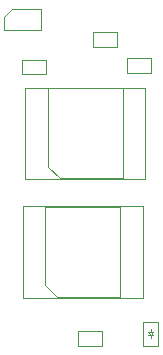
<source format=gbr>
G04 #@! TF.GenerationSoftware,KiCad,Pcbnew,5.1.7-a382d34a8~88~ubuntu18.04.1*
G04 #@! TF.CreationDate,2021-07-23T19:11:00+05:30*
G04 #@! TF.ProjectId,BackEnd_HeavyDevice_v2,4261636b-456e-4645-9f48-656176794465,rev?*
G04 #@! TF.SameCoordinates,Original*
G04 #@! TF.FileFunction,Other,Fab,Bot*
%FSLAX46Y46*%
G04 Gerber Fmt 4.6, Leading zero omitted, Abs format (unit mm)*
G04 Created by KiCad (PCBNEW 5.1.7-a382d34a8~88~ubuntu18.04.1) date 2021-07-23 19:11:00*
%MOMM*%
%LPD*%
G01*
G04 APERTURE LIST*
%ADD10C,0.100000*%
G04 APERTURE END LIST*
D10*
X138134000Y-104737000D02*
X136134000Y-104737000D01*
X136134000Y-104737000D02*
X136134000Y-105977000D01*
X136134000Y-105977000D02*
X138134000Y-105977000D01*
X138134000Y-105977000D02*
X138134000Y-104737000D01*
X138136000Y-127874000D02*
X138136000Y-127674000D01*
X138136000Y-128174000D02*
X138136000Y-128374000D01*
X138336000Y-128174000D02*
X137936000Y-128174000D01*
X137936000Y-127874000D02*
X138336000Y-127874000D01*
X138136000Y-128174000D02*
X137936000Y-127874000D01*
X138336000Y-127874000D02*
X138136000Y-128174000D01*
X137486000Y-129074000D02*
X138786000Y-129074000D01*
X137486000Y-127074000D02*
X137486000Y-129074000D01*
X138786000Y-127074000D02*
X137486000Y-127074000D01*
X138786000Y-129074000D02*
X138786000Y-127074000D01*
X135261000Y-103772000D02*
X135261000Y-102532000D01*
X133261000Y-103772000D02*
X135261000Y-103772000D01*
X133261000Y-102532000D02*
X133261000Y-103772000D01*
X135261000Y-102532000D02*
X133261000Y-102532000D01*
X129259000Y-104854000D02*
X127259000Y-104854000D01*
X127259000Y-104854000D02*
X127259000Y-106094000D01*
X127259000Y-106094000D02*
X129259000Y-106094000D01*
X129259000Y-106094000D02*
X129259000Y-104854000D01*
X131996000Y-127848000D02*
X131996000Y-129088000D01*
X133996000Y-127848000D02*
X131996000Y-127848000D01*
X133996000Y-129088000D02*
X133996000Y-127848000D01*
X131996000Y-129088000D02*
X133996000Y-129088000D01*
X130426000Y-114899000D02*
X135776000Y-114899000D01*
X135776000Y-114899000D02*
X135776000Y-107279000D01*
X135776000Y-107279000D02*
X129426000Y-107279000D01*
X129426000Y-107279000D02*
X129426000Y-113899000D01*
X129426000Y-113899000D02*
X130426000Y-114899000D01*
X127521000Y-114959000D02*
X127521000Y-107219000D01*
X127521000Y-107219000D02*
X137681000Y-107219000D01*
X137681000Y-107219000D02*
X137681000Y-114959000D01*
X137681000Y-114959000D02*
X127521000Y-114959000D01*
X125757000Y-102374000D02*
X128857000Y-102374000D01*
X128857000Y-102374000D02*
X128857000Y-100574000D01*
X126407000Y-100574000D02*
X128857000Y-100574000D01*
X125757000Y-102374000D02*
X125757000Y-101224000D01*
X126407000Y-100574000D02*
X125757000Y-101224000D01*
X137470000Y-125000000D02*
X127310000Y-125000000D01*
X137470000Y-117260000D02*
X137470000Y-125000000D01*
X127310000Y-117260000D02*
X137470000Y-117260000D01*
X127310000Y-125000000D02*
X127310000Y-117260000D01*
X129215000Y-123940000D02*
X130215000Y-124940000D01*
X129215000Y-117320000D02*
X129215000Y-123940000D01*
X135565000Y-117320000D02*
X129215000Y-117320000D01*
X135565000Y-124940000D02*
X135565000Y-117320000D01*
X130215000Y-124940000D02*
X135565000Y-124940000D01*
M02*

</source>
